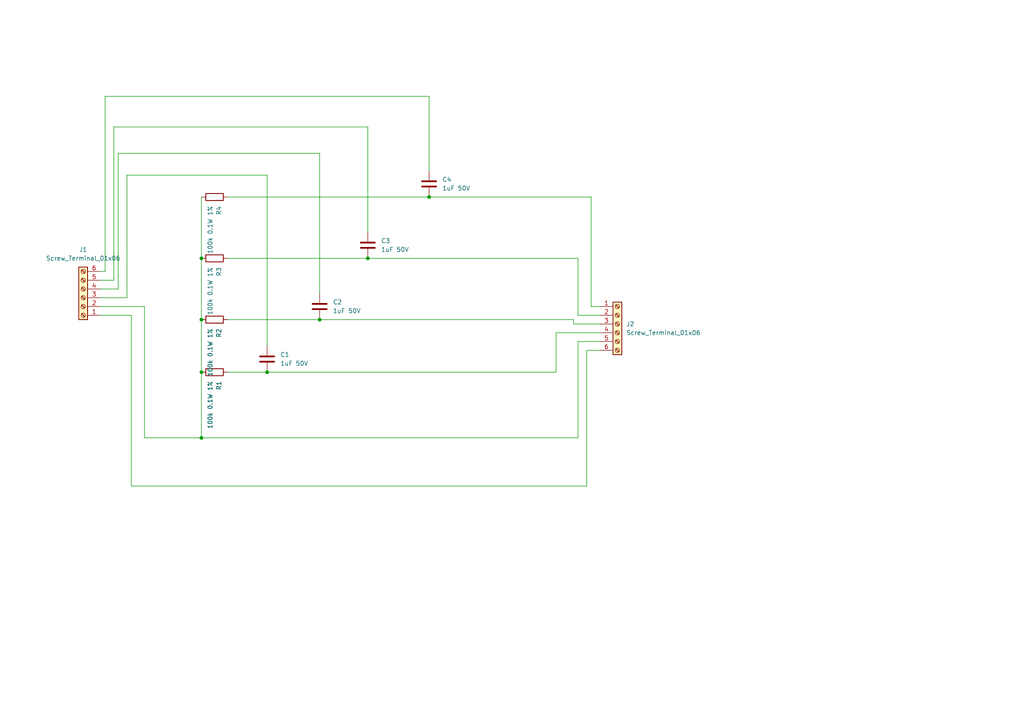
<source format=kicad_sch>
(kicad_sch
	(version 20231120)
	(generator "eeschema")
	(generator_version "8.0")
	(uuid "da28e5ec-e09e-4328-afc3-51ffcdf85a96")
	(paper "A4")
	(lib_symbols
		(symbol "Connector:Screw_Terminal_01x06"
			(pin_names
				(offset 1.016) hide)
			(exclude_from_sim no)
			(in_bom yes)
			(on_board yes)
			(property "Reference" "J"
				(at 0 7.62 0)
				(effects
					(font
						(size 1.27 1.27)
					)
				)
			)
			(property "Value" "Screw_Terminal_01x06"
				(at 0 -10.16 0)
				(effects
					(font
						(size 1.27 1.27)
					)
				)
			)
			(property "Footprint" ""
				(at 0 0 0)
				(effects
					(font
						(size 1.27 1.27)
					)
					(hide yes)
				)
			)
			(property "Datasheet" "~"
				(at 0 0 0)
				(effects
					(font
						(size 1.27 1.27)
					)
					(hide yes)
				)
			)
			(property "Description" "Generic screw terminal, single row, 01x06, script generated (kicad-library-utils/schlib/autogen/connector/)"
				(at 0 0 0)
				(effects
					(font
						(size 1.27 1.27)
					)
					(hide yes)
				)
			)
			(property "ki_keywords" "screw terminal"
				(at 0 0 0)
				(effects
					(font
						(size 1.27 1.27)
					)
					(hide yes)
				)
			)
			(property "ki_fp_filters" "TerminalBlock*:*"
				(at 0 0 0)
				(effects
					(font
						(size 1.27 1.27)
					)
					(hide yes)
				)
			)
			(symbol "Screw_Terminal_01x06_1_1"
				(rectangle
					(start -1.27 6.35)
					(end 1.27 -8.89)
					(stroke
						(width 0.254)
						(type default)
					)
					(fill
						(type background)
					)
				)
				(circle
					(center 0 -7.62)
					(radius 0.635)
					(stroke
						(width 0.1524)
						(type default)
					)
					(fill
						(type none)
					)
				)
				(circle
					(center 0 -5.08)
					(radius 0.635)
					(stroke
						(width 0.1524)
						(type default)
					)
					(fill
						(type none)
					)
				)
				(circle
					(center 0 -2.54)
					(radius 0.635)
					(stroke
						(width 0.1524)
						(type default)
					)
					(fill
						(type none)
					)
				)
				(polyline
					(pts
						(xy -0.5334 -7.2898) (xy 0.3302 -8.128)
					)
					(stroke
						(width 0.1524)
						(type default)
					)
					(fill
						(type none)
					)
				)
				(polyline
					(pts
						(xy -0.5334 -4.7498) (xy 0.3302 -5.588)
					)
					(stroke
						(width 0.1524)
						(type default)
					)
					(fill
						(type none)
					)
				)
				(polyline
					(pts
						(xy -0.5334 -2.2098) (xy 0.3302 -3.048)
					)
					(stroke
						(width 0.1524)
						(type default)
					)
					(fill
						(type none)
					)
				)
				(polyline
					(pts
						(xy -0.5334 0.3302) (xy 0.3302 -0.508)
					)
					(stroke
						(width 0.1524)
						(type default)
					)
					(fill
						(type none)
					)
				)
				(polyline
					(pts
						(xy -0.5334 2.8702) (xy 0.3302 2.032)
					)
					(stroke
						(width 0.1524)
						(type default)
					)
					(fill
						(type none)
					)
				)
				(polyline
					(pts
						(xy -0.5334 5.4102) (xy 0.3302 4.572)
					)
					(stroke
						(width 0.1524)
						(type default)
					)
					(fill
						(type none)
					)
				)
				(polyline
					(pts
						(xy -0.3556 -7.112) (xy 0.508 -7.9502)
					)
					(stroke
						(width 0.1524)
						(type default)
					)
					(fill
						(type none)
					)
				)
				(polyline
					(pts
						(xy -0.3556 -4.572) (xy 0.508 -5.4102)
					)
					(stroke
						(width 0.1524)
						(type default)
					)
					(fill
						(type none)
					)
				)
				(polyline
					(pts
						(xy -0.3556 -2.032) (xy 0.508 -2.8702)
					)
					(stroke
						(width 0.1524)
						(type default)
					)
					(fill
						(type none)
					)
				)
				(polyline
					(pts
						(xy -0.3556 0.508) (xy 0.508 -0.3302)
					)
					(stroke
						(width 0.1524)
						(type default)
					)
					(fill
						(type none)
					)
				)
				(polyline
					(pts
						(xy -0.3556 3.048) (xy 0.508 2.2098)
					)
					(stroke
						(width 0.1524)
						(type default)
					)
					(fill
						(type none)
					)
				)
				(polyline
					(pts
						(xy -0.3556 5.588) (xy 0.508 4.7498)
					)
					(stroke
						(width 0.1524)
						(type default)
					)
					(fill
						(type none)
					)
				)
				(circle
					(center 0 0)
					(radius 0.635)
					(stroke
						(width 0.1524)
						(type default)
					)
					(fill
						(type none)
					)
				)
				(circle
					(center 0 2.54)
					(radius 0.635)
					(stroke
						(width 0.1524)
						(type default)
					)
					(fill
						(type none)
					)
				)
				(circle
					(center 0 5.08)
					(radius 0.635)
					(stroke
						(width 0.1524)
						(type default)
					)
					(fill
						(type none)
					)
				)
				(pin passive line
					(at -5.08 5.08 0)
					(length 3.81)
					(name "Pin_1"
						(effects
							(font
								(size 1.27 1.27)
							)
						)
					)
					(number "1"
						(effects
							(font
								(size 1.27 1.27)
							)
						)
					)
				)
				(pin passive line
					(at -5.08 2.54 0)
					(length 3.81)
					(name "Pin_2"
						(effects
							(font
								(size 1.27 1.27)
							)
						)
					)
					(number "2"
						(effects
							(font
								(size 1.27 1.27)
							)
						)
					)
				)
				(pin passive line
					(at -5.08 0 0)
					(length 3.81)
					(name "Pin_3"
						(effects
							(font
								(size 1.27 1.27)
							)
						)
					)
					(number "3"
						(effects
							(font
								(size 1.27 1.27)
							)
						)
					)
				)
				(pin passive line
					(at -5.08 -2.54 0)
					(length 3.81)
					(name "Pin_4"
						(effects
							(font
								(size 1.27 1.27)
							)
						)
					)
					(number "4"
						(effects
							(font
								(size 1.27 1.27)
							)
						)
					)
				)
				(pin passive line
					(at -5.08 -5.08 0)
					(length 3.81)
					(name "Pin_5"
						(effects
							(font
								(size 1.27 1.27)
							)
						)
					)
					(number "5"
						(effects
							(font
								(size 1.27 1.27)
							)
						)
					)
				)
				(pin passive line
					(at -5.08 -7.62 0)
					(length 3.81)
					(name "Pin_6"
						(effects
							(font
								(size 1.27 1.27)
							)
						)
					)
					(number "6"
						(effects
							(font
								(size 1.27 1.27)
							)
						)
					)
				)
			)
		)
		(symbol "Device:C"
			(pin_numbers hide)
			(pin_names
				(offset 0.254)
			)
			(exclude_from_sim no)
			(in_bom yes)
			(on_board yes)
			(property "Reference" "C"
				(at 0.635 2.54 0)
				(effects
					(font
						(size 1.27 1.27)
					)
					(justify left)
				)
			)
			(property "Value" "C"
				(at 0.635 -2.54 0)
				(effects
					(font
						(size 1.27 1.27)
					)
					(justify left)
				)
			)
			(property "Footprint" ""
				(at 0.9652 -3.81 0)
				(effects
					(font
						(size 1.27 1.27)
					)
					(hide yes)
				)
			)
			(property "Datasheet" "~"
				(at 0 0 0)
				(effects
					(font
						(size 1.27 1.27)
					)
					(hide yes)
				)
			)
			(property "Description" "Unpolarized capacitor"
				(at 0 0 0)
				(effects
					(font
						(size 1.27 1.27)
					)
					(hide yes)
				)
			)
			(property "ki_keywords" "cap capacitor"
				(at 0 0 0)
				(effects
					(font
						(size 1.27 1.27)
					)
					(hide yes)
				)
			)
			(property "ki_fp_filters" "C_*"
				(at 0 0 0)
				(effects
					(font
						(size 1.27 1.27)
					)
					(hide yes)
				)
			)
			(symbol "C_0_1"
				(polyline
					(pts
						(xy -2.032 -0.762) (xy 2.032 -0.762)
					)
					(stroke
						(width 0.508)
						(type default)
					)
					(fill
						(type none)
					)
				)
				(polyline
					(pts
						(xy -2.032 0.762) (xy 2.032 0.762)
					)
					(stroke
						(width 0.508)
						(type default)
					)
					(fill
						(type none)
					)
				)
			)
			(symbol "C_1_1"
				(pin passive line
					(at 0 3.81 270)
					(length 2.794)
					(name "~"
						(effects
							(font
								(size 1.27 1.27)
							)
						)
					)
					(number "1"
						(effects
							(font
								(size 1.27 1.27)
							)
						)
					)
				)
				(pin passive line
					(at 0 -3.81 90)
					(length 2.794)
					(name "~"
						(effects
							(font
								(size 1.27 1.27)
							)
						)
					)
					(number "2"
						(effects
							(font
								(size 1.27 1.27)
							)
						)
					)
				)
			)
		)
		(symbol "Device:R"
			(pin_numbers hide)
			(pin_names
				(offset 0)
			)
			(exclude_from_sim no)
			(in_bom yes)
			(on_board yes)
			(property "Reference" "R"
				(at 2.032 0 90)
				(effects
					(font
						(size 1.27 1.27)
					)
				)
			)
			(property "Value" "R"
				(at 0 0 90)
				(effects
					(font
						(size 1.27 1.27)
					)
				)
			)
			(property "Footprint" ""
				(at -1.778 0 90)
				(effects
					(font
						(size 1.27 1.27)
					)
					(hide yes)
				)
			)
			(property "Datasheet" "~"
				(at 0 0 0)
				(effects
					(font
						(size 1.27 1.27)
					)
					(hide yes)
				)
			)
			(property "Description" "Resistor"
				(at 0 0 0)
				(effects
					(font
						(size 1.27 1.27)
					)
					(hide yes)
				)
			)
			(property "ki_keywords" "R res resistor"
				(at 0 0 0)
				(effects
					(font
						(size 1.27 1.27)
					)
					(hide yes)
				)
			)
			(property "ki_fp_filters" "R_*"
				(at 0 0 0)
				(effects
					(font
						(size 1.27 1.27)
					)
					(hide yes)
				)
			)
			(symbol "R_0_1"
				(rectangle
					(start -1.016 -2.54)
					(end 1.016 2.54)
					(stroke
						(width 0.254)
						(type default)
					)
					(fill
						(type none)
					)
				)
			)
			(symbol "R_1_1"
				(pin passive line
					(at 0 3.81 270)
					(length 1.27)
					(name "~"
						(effects
							(font
								(size 1.27 1.27)
							)
						)
					)
					(number "1"
						(effects
							(font
								(size 1.27 1.27)
							)
						)
					)
				)
				(pin passive line
					(at 0 -3.81 90)
					(length 1.27)
					(name "~"
						(effects
							(font
								(size 1.27 1.27)
							)
						)
					)
					(number "2"
						(effects
							(font
								(size 1.27 1.27)
							)
						)
					)
				)
			)
		)
	)
	(junction
		(at 124.46 57.15)
		(diameter 0)
		(color 0 0 0 0)
		(uuid "5eb58c0f-e2c5-4bf1-a549-e0f028d6bcb8")
	)
	(junction
		(at 58.42 92.71)
		(diameter 0)
		(color 0 0 0 0)
		(uuid "6f9a6099-1759-4522-85e7-a51b79aa589e")
	)
	(junction
		(at 106.68 74.93)
		(diameter 0)
		(color 0 0 0 0)
		(uuid "72a5ccc4-ae2e-4957-91cb-bd3aadcdd449")
	)
	(junction
		(at 77.47 107.95)
		(diameter 0)
		(color 0 0 0 0)
		(uuid "74c57c81-0465-47b9-8e01-ff650c556dd0")
	)
	(junction
		(at 58.42 74.93)
		(diameter 0)
		(color 0 0 0 0)
		(uuid "768de81b-5f22-4cce-841c-2368db2b51ae")
	)
	(junction
		(at 58.42 127)
		(diameter 0)
		(color 0 0 0 0)
		(uuid "98d9714b-cc28-4791-ba76-eed48aeef205")
	)
	(junction
		(at 92.71 92.71)
		(diameter 0)
		(color 0 0 0 0)
		(uuid "c23ff5cd-f1fb-4b61-becb-e38b2107fca3")
	)
	(junction
		(at 58.42 107.95)
		(diameter 0)
		(color 0 0 0 0)
		(uuid "ccfae648-40c1-4f39-894f-a94baafe4698")
	)
	(wire
		(pts
			(xy 58.42 74.93) (xy 58.42 92.71)
		)
		(stroke
			(width 0)
			(type default)
		)
		(uuid "05a2a05c-b044-4c8d-91a3-e23d9851c807")
	)
	(wire
		(pts
			(xy 66.04 107.95) (xy 77.47 107.95)
		)
		(stroke
			(width 0)
			(type default)
		)
		(uuid "094cec94-23d4-4998-8095-6fee88d494a3")
	)
	(wire
		(pts
			(xy 66.04 92.71) (xy 92.71 92.71)
		)
		(stroke
			(width 0)
			(type default)
		)
		(uuid "09d703b2-f4ba-4439-9f42-0967c2a46a83")
	)
	(wire
		(pts
			(xy 161.29 96.52) (xy 173.99 96.52)
		)
		(stroke
			(width 0)
			(type default)
		)
		(uuid "0e27f114-fb0e-4ec8-811d-3a9bb4a4ce47")
	)
	(wire
		(pts
			(xy 58.42 92.71) (xy 58.42 107.95)
		)
		(stroke
			(width 0)
			(type default)
		)
		(uuid "119dd037-ae43-4f78-810b-83607961d8fa")
	)
	(wire
		(pts
			(xy 171.45 88.9) (xy 171.45 57.15)
		)
		(stroke
			(width 0)
			(type default)
		)
		(uuid "1faeba8f-7bfe-4279-88bc-cc9ddbc7e400")
	)
	(wire
		(pts
			(xy 124.46 49.53) (xy 124.46 27.94)
		)
		(stroke
			(width 0)
			(type default)
		)
		(uuid "2a7954a7-0661-4eb5-b6d6-a1d9ff45dd1f")
	)
	(wire
		(pts
			(xy 29.21 81.28) (xy 33.02 81.28)
		)
		(stroke
			(width 0)
			(type default)
		)
		(uuid "2bd52bb4-78ca-4667-8184-b577ead80b5d")
	)
	(wire
		(pts
			(xy 77.47 107.95) (xy 161.29 107.95)
		)
		(stroke
			(width 0)
			(type default)
		)
		(uuid "301bcd6f-044c-4448-9e6d-7470a8826221")
	)
	(wire
		(pts
			(xy 92.71 92.71) (xy 166.37 92.71)
		)
		(stroke
			(width 0)
			(type default)
		)
		(uuid "357ac98b-46cc-4da4-b100-0189d51bf5c2")
	)
	(wire
		(pts
			(xy 173.99 88.9) (xy 171.45 88.9)
		)
		(stroke
			(width 0)
			(type default)
		)
		(uuid "3603a480-d4d6-41fc-988d-d34407e392e6")
	)
	(wire
		(pts
			(xy 92.71 85.09) (xy 92.71 44.45)
		)
		(stroke
			(width 0)
			(type default)
		)
		(uuid "37dfce8e-4e1b-4011-ac30-cb3d2bc9301d")
	)
	(wire
		(pts
			(xy 34.29 83.82) (xy 34.29 44.45)
		)
		(stroke
			(width 0)
			(type default)
		)
		(uuid "3f86dfe4-37a7-4970-9841-fa19eb5bad4d")
	)
	(wire
		(pts
			(xy 36.83 50.8) (xy 77.47 50.8)
		)
		(stroke
			(width 0)
			(type default)
		)
		(uuid "487c02d4-1014-4dec-99d8-6a7e8f5a305a")
	)
	(wire
		(pts
			(xy 58.42 107.95) (xy 58.42 127)
		)
		(stroke
			(width 0)
			(type default)
		)
		(uuid "4adb808e-c15e-42c6-9993-97055e74e65b")
	)
	(wire
		(pts
			(xy 66.04 74.93) (xy 106.68 74.93)
		)
		(stroke
			(width 0)
			(type default)
		)
		(uuid "4ffec520-1bc7-4817-a030-c54573c99a1f")
	)
	(wire
		(pts
			(xy 29.21 83.82) (xy 34.29 83.82)
		)
		(stroke
			(width 0)
			(type default)
		)
		(uuid "604c4aba-f411-4e9e-9994-a36721225592")
	)
	(wire
		(pts
			(xy 106.68 74.93) (xy 167.64 74.93)
		)
		(stroke
			(width 0)
			(type default)
		)
		(uuid "62341953-2707-4ae1-b562-8a9e9fcc81af")
	)
	(wire
		(pts
			(xy 58.42 127) (xy 167.64 127)
		)
		(stroke
			(width 0)
			(type default)
		)
		(uuid "6a3c09b9-7f15-4df5-9818-0c8c07e5d77b")
	)
	(wire
		(pts
			(xy 167.64 91.44) (xy 173.99 91.44)
		)
		(stroke
			(width 0)
			(type default)
		)
		(uuid "6bb4cc37-45cf-45ed-b96b-c341be4b4d2b")
	)
	(wire
		(pts
			(xy 167.64 99.06) (xy 173.99 99.06)
		)
		(stroke
			(width 0)
			(type default)
		)
		(uuid "79f40c39-4f60-48ce-badf-a5387706d93c")
	)
	(wire
		(pts
			(xy 41.91 88.9) (xy 41.91 127)
		)
		(stroke
			(width 0)
			(type default)
		)
		(uuid "7e2404a6-dc58-4e59-a0ad-273a1bb823f3")
	)
	(wire
		(pts
			(xy 29.21 91.44) (xy 38.1 91.44)
		)
		(stroke
			(width 0)
			(type default)
		)
		(uuid "80d6136d-6a43-4d68-b073-8417c39decb1")
	)
	(wire
		(pts
			(xy 41.91 127) (xy 58.42 127)
		)
		(stroke
			(width 0)
			(type default)
		)
		(uuid "856c3354-cdf1-451e-b9c4-1d6257211ab3")
	)
	(wire
		(pts
			(xy 29.21 78.74) (xy 30.48 78.74)
		)
		(stroke
			(width 0)
			(type default)
		)
		(uuid "8e9e6025-2202-42f7-bf06-b6aa6a03bcd5")
	)
	(wire
		(pts
			(xy 166.37 92.71) (xy 166.37 93.98)
		)
		(stroke
			(width 0)
			(type default)
		)
		(uuid "928cd0c9-1eda-4ff5-a97b-b481aff9bb85")
	)
	(wire
		(pts
			(xy 33.02 81.28) (xy 33.02 36.83)
		)
		(stroke
			(width 0)
			(type default)
		)
		(uuid "94e09902-7da4-4bb4-8cb5-1b95b0b96369")
	)
	(wire
		(pts
			(xy 106.68 67.31) (xy 106.68 36.83)
		)
		(stroke
			(width 0)
			(type default)
		)
		(uuid "a2bfcae5-ebec-4c56-8745-8bbe712ed2d5")
	)
	(wire
		(pts
			(xy 33.02 36.83) (xy 106.68 36.83)
		)
		(stroke
			(width 0)
			(type default)
		)
		(uuid "b7378e61-a701-4ce5-acfc-7197223c672c")
	)
	(wire
		(pts
			(xy 30.48 78.74) (xy 30.48 27.94)
		)
		(stroke
			(width 0)
			(type default)
		)
		(uuid "c3a6ff57-8c47-40bf-b920-b396ada2d819")
	)
	(wire
		(pts
			(xy 29.21 86.36) (xy 36.83 86.36)
		)
		(stroke
			(width 0)
			(type default)
		)
		(uuid "c906f910-dc74-41d1-894f-5fbc220d2432")
	)
	(wire
		(pts
			(xy 34.29 44.45) (xy 92.71 44.45)
		)
		(stroke
			(width 0)
			(type default)
		)
		(uuid "c9cadb43-9b74-4188-adbd-15e0cacdd822")
	)
	(wire
		(pts
			(xy 38.1 140.97) (xy 170.18 140.97)
		)
		(stroke
			(width 0)
			(type default)
		)
		(uuid "c9e2dc9f-e80b-4e77-8567-5beda97dcb5b")
	)
	(wire
		(pts
			(xy 30.48 27.94) (xy 124.46 27.94)
		)
		(stroke
			(width 0)
			(type default)
		)
		(uuid "ce0fa9ad-a710-409e-978f-80d62f20efea")
	)
	(wire
		(pts
			(xy 166.37 93.98) (xy 173.99 93.98)
		)
		(stroke
			(width 0)
			(type default)
		)
		(uuid "ce15a9bd-3907-4c2e-af11-13e824d70658")
	)
	(wire
		(pts
			(xy 161.29 107.95) (xy 161.29 96.52)
		)
		(stroke
			(width 0)
			(type default)
		)
		(uuid "cfe4b638-b58b-4c7e-a8e4-9752367ed01d")
	)
	(wire
		(pts
			(xy 58.42 57.15) (xy 58.42 74.93)
		)
		(stroke
			(width 0)
			(type default)
		)
		(uuid "d0adc0c9-bc3d-408c-8429-a171c9b80a50")
	)
	(wire
		(pts
			(xy 36.83 86.36) (xy 36.83 50.8)
		)
		(stroke
			(width 0)
			(type default)
		)
		(uuid "d408f6af-f91c-4510-b0ec-1437187bcdb1")
	)
	(wire
		(pts
			(xy 167.64 74.93) (xy 167.64 91.44)
		)
		(stroke
			(width 0)
			(type default)
		)
		(uuid "d5977f0b-6b78-4552-b639-163f677a9fec")
	)
	(wire
		(pts
			(xy 173.99 101.6) (xy 170.18 101.6)
		)
		(stroke
			(width 0)
			(type default)
		)
		(uuid "d9588c6b-72d1-46c0-92b9-63b86165e089")
	)
	(wire
		(pts
			(xy 38.1 91.44) (xy 38.1 140.97)
		)
		(stroke
			(width 0)
			(type default)
		)
		(uuid "d9de71e6-6142-4719-b541-a3c48da715af")
	)
	(wire
		(pts
			(xy 170.18 101.6) (xy 170.18 140.97)
		)
		(stroke
			(width 0)
			(type default)
		)
		(uuid "dc02667d-4dab-477b-ba8b-17e539287c6d")
	)
	(wire
		(pts
			(xy 66.04 57.15) (xy 124.46 57.15)
		)
		(stroke
			(width 0)
			(type default)
		)
		(uuid "dc9683c7-d938-4278-9454-83d0d747f124")
	)
	(wire
		(pts
			(xy 167.64 127) (xy 167.64 99.06)
		)
		(stroke
			(width 0)
			(type default)
		)
		(uuid "e2e76600-d878-4afa-872d-4289ad682041")
	)
	(wire
		(pts
			(xy 77.47 100.33) (xy 77.47 50.8)
		)
		(stroke
			(width 0)
			(type default)
		)
		(uuid "e8d28b0c-da94-4cd2-817a-68be29388bdb")
	)
	(wire
		(pts
			(xy 124.46 57.15) (xy 171.45 57.15)
		)
		(stroke
			(width 0)
			(type default)
		)
		(uuid "f14b0f14-4831-414f-a575-c11b8908aee0")
	)
	(wire
		(pts
			(xy 29.21 88.9) (xy 41.91 88.9)
		)
		(stroke
			(width 0)
			(type default)
		)
		(uuid "fcf6d848-4b11-426f-ae4f-eca278a25082")
	)
	(symbol
		(lib_id "Device:C")
		(at 92.71 88.9 0)
		(unit 1)
		(exclude_from_sim no)
		(in_bom yes)
		(on_board yes)
		(dnp no)
		(fields_autoplaced yes)
		(uuid "02de733f-5266-4911-bf2d-71ccc9addf54")
		(property "Reference" "C2"
			(at 96.52 87.6299 0)
			(effects
				(font
					(size 1.27 1.27)
				)
				(justify left)
			)
		)
		(property "Value" "1uF 50V"
			(at 96.52 90.1699 0)
			(effects
				(font
					(size 1.27 1.27)
				)
				(justify left)
			)
		)
		(property "Footprint" "Capacitor_SMD:C_1206_3216Metric"
			(at 93.6752 92.71 0)
			(effects
				(font
					(size 1.27 1.27)
				)
				(hide yes)
			)
		)
		(property "Datasheet" "~"
			(at 92.71 88.9 0)
			(effects
				(font
					(size 1.27 1.27)
				)
				(hide yes)
			)
		)
		(property "Description" "Unpolarized capacitor"
			(at 92.71 88.9 0)
			(effects
				(font
					(size 1.27 1.27)
				)
				(hide yes)
			)
		)
		(pin "1"
			(uuid "563f7fa2-f422-42b1-ac22-934633ff9eea")
		)
		(pin "2"
			(uuid "18a09892-676b-408e-9ba0-16ea8a14cde5")
		)
		(instances
			(project "bias circuit"
				(path "/da28e5ec-e09e-4328-afc3-51ffcdf85a96"
					(reference "C2")
					(unit 1)
				)
			)
		)
	)
	(symbol
		(lib_id "Connector:Screw_Terminal_01x06")
		(at 24.13 86.36 180)
		(unit 1)
		(exclude_from_sim no)
		(in_bom yes)
		(on_board yes)
		(dnp no)
		(fields_autoplaced yes)
		(uuid "1757cd61-2e0a-4884-bb93-fa7b02794997")
		(property "Reference" "J1"
			(at 24.13 72.39 0)
			(effects
				(font
					(size 1.27 1.27)
				)
			)
		)
		(property "Value" "Screw_Terminal_01x06"
			(at 24.13 74.93 0)
			(effects
				(font
					(size 1.27 1.27)
				)
			)
		)
		(property "Footprint" "TerminalBlock_Phoenix:TerminalBlock_Phoenix_MKDS-1,5-6_1x06_P5.00mm_Horizontal"
			(at 24.13 86.36 0)
			(effects
				(font
					(size 1.27 1.27)
				)
				(hide yes)
			)
		)
		(property "Datasheet" "~"
			(at 24.13 86.36 0)
			(effects
				(font
					(size 1.27 1.27)
				)
				(hide yes)
			)
		)
		(property "Description" "Generic screw terminal, single row, 01x06, script generated (kicad-library-utils/schlib/autogen/connector/)"
			(at 24.13 86.36 0)
			(effects
				(font
					(size 1.27 1.27)
				)
				(hide yes)
			)
		)
		(pin "3"
			(uuid "2c46a6fe-acac-4720-8ba3-862f4e3fd52e")
		)
		(pin "1"
			(uuid "379350d3-0419-498f-a235-8b86143fe091")
		)
		(pin "6"
			(uuid "fc84694a-fe84-4365-b52a-4a3d18b9c3ec")
		)
		(pin "5"
			(uuid "baa67a25-4ec6-4d97-95ae-b7a61bd3b47f")
		)
		(pin "2"
			(uuid "b629e962-be78-4c0d-9b0c-bd1f65725442")
		)
		(pin "4"
			(uuid "e5a2fe57-bd87-4560-8597-84d85d6fcdc1")
		)
		(instances
			(project "bias circuit"
				(path "/da28e5ec-e09e-4328-afc3-51ffcdf85a96"
					(reference "J1")
					(unit 1)
				)
			)
		)
	)
	(symbol
		(lib_id "Device:C")
		(at 77.47 104.14 0)
		(unit 1)
		(exclude_from_sim no)
		(in_bom yes)
		(on_board yes)
		(dnp no)
		(fields_autoplaced yes)
		(uuid "23a3fb29-d2ee-4bee-b427-e7f7d425f156")
		(property "Reference" "C1"
			(at 81.28 102.8699 0)
			(effects
				(font
					(size 1.27 1.27)
				)
				(justify left)
			)
		)
		(property "Value" "1uF 50V"
			(at 81.28 105.4099 0)
			(effects
				(font
					(size 1.27 1.27)
				)
				(justify left)
			)
		)
		(property "Footprint" "Capacitor_SMD:C_1206_3216Metric"
			(at 78.4352 107.95 0)
			(effects
				(font
					(size 1.27 1.27)
				)
				(hide yes)
			)
		)
		(property "Datasheet" "~"
			(at 77.47 104.14 0)
			(effects
				(font
					(size 1.27 1.27)
				)
				(hide yes)
			)
		)
		(property "Description" "Unpolarized capacitor"
			(at 77.47 104.14 0)
			(effects
				(font
					(size 1.27 1.27)
				)
				(hide yes)
			)
		)
		(pin "1"
			(uuid "44e74e1a-ead4-48d6-b48a-2ea5ce978ae8")
		)
		(pin "2"
			(uuid "f826b3fb-c236-47de-ab9f-48576583e3fb")
		)
		(instances
			(project ""
				(path "/da28e5ec-e09e-4328-afc3-51ffcdf85a96"
					(reference "C1")
					(unit 1)
				)
			)
		)
	)
	(symbol
		(lib_id "Device:C")
		(at 106.68 71.12 0)
		(unit 1)
		(exclude_from_sim no)
		(in_bom yes)
		(on_board yes)
		(dnp no)
		(fields_autoplaced yes)
		(uuid "2cf5f86a-0566-40aa-bdba-8ec6cb996379")
		(property "Reference" "C3"
			(at 110.49 69.8499 0)
			(effects
				(font
					(size 1.27 1.27)
				)
				(justify left)
			)
		)
		(property "Value" "1uF 50V"
			(at 110.49 72.3899 0)
			(effects
				(font
					(size 1.27 1.27)
				)
				(justify left)
			)
		)
		(property "Footprint" "Capacitor_SMD:C_1206_3216Metric"
			(at 107.6452 74.93 0)
			(effects
				(font
					(size 1.27 1.27)
				)
				(hide yes)
			)
		)
		(property "Datasheet" "~"
			(at 106.68 71.12 0)
			(effects
				(font
					(size 1.27 1.27)
				)
				(hide yes)
			)
		)
		(property "Description" "Unpolarized capacitor"
			(at 106.68 71.12 0)
			(effects
				(font
					(size 1.27 1.27)
				)
				(hide yes)
			)
		)
		(pin "1"
			(uuid "5c5e50cd-67dc-4725-9424-731fdf68d94f")
		)
		(pin "2"
			(uuid "8e5a364b-e555-4e53-89e3-b0567973daf3")
		)
		(instances
			(project "bias circuit"
				(path "/da28e5ec-e09e-4328-afc3-51ffcdf85a96"
					(reference "C3")
					(unit 1)
				)
			)
		)
	)
	(symbol
		(lib_id "Device:R")
		(at 62.23 107.95 270)
		(unit 1)
		(exclude_from_sim no)
		(in_bom yes)
		(on_board yes)
		(dnp no)
		(uuid "361cb6d3-0ca9-411d-81ea-6d7353e9c117")
		(property "Reference" "R1"
			(at 63.5001 110.49 0)
			(effects
				(font
					(size 1.27 1.27)
				)
				(justify left)
			)
		)
		(property "Value" "100k 0.1W 1%"
			(at 60.9601 110.49 0)
			(effects
				(font
					(size 1.27 1.27)
				)
				(justify left)
			)
		)
		(property "Footprint" "Resistor_SMD:R_0603_1608Metric"
			(at 62.23 106.172 90)
			(effects
				(font
					(size 1.27 1.27)
				)
				(hide yes)
			)
		)
		(property "Datasheet" "~"
			(at 62.23 107.95 0)
			(effects
				(font
					(size 1.27 1.27)
				)
				(hide yes)
			)
		)
		(property "Description" "Resistor"
			(at 62.23 107.95 0)
			(effects
				(font
					(size 1.27 1.27)
				)
				(hide yes)
			)
		)
		(pin "1"
			(uuid "7e437afa-98e0-484d-acde-faf22a687551")
		)
		(pin "2"
			(uuid "79ed6e06-b4f2-47c4-9187-794dcbbcf146")
		)
		(instances
			(project "bias circuit"
				(path "/da28e5ec-e09e-4328-afc3-51ffcdf85a96"
					(reference "R1")
					(unit 1)
				)
			)
		)
	)
	(symbol
		(lib_id "Device:R")
		(at 62.23 74.93 270)
		(unit 1)
		(exclude_from_sim no)
		(in_bom yes)
		(on_board yes)
		(dnp no)
		(uuid "43c3023f-f1c2-43fc-8c16-bd2e33ecc5a4")
		(property "Reference" "R3"
			(at 63.5001 77.47 0)
			(effects
				(font
					(size 1.27 1.27)
				)
				(justify left)
			)
		)
		(property "Value" "100k 0.1W 1%"
			(at 60.9601 77.47 0)
			(effects
				(font
					(size 1.27 1.27)
				)
				(justify left)
			)
		)
		(property "Footprint" "Resistor_SMD:R_0603_1608Metric"
			(at 62.23 73.152 90)
			(effects
				(font
					(size 1.27 1.27)
				)
				(hide yes)
			)
		)
		(property "Datasheet" "~"
			(at 62.23 74.93 0)
			(effects
				(font
					(size 1.27 1.27)
				)
				(hide yes)
			)
		)
		(property "Description" "Resistor"
			(at 62.23 74.93 0)
			(effects
				(font
					(size 1.27 1.27)
				)
				(hide yes)
			)
		)
		(pin "1"
			(uuid "34d7a884-2f1c-4fa8-912d-38a0c63f2f7b")
		)
		(pin "2"
			(uuid "897295fe-f0ee-49a5-a1e1-8fd54337a5f7")
		)
		(instances
			(project "bias circuit"
				(path "/da28e5ec-e09e-4328-afc3-51ffcdf85a96"
					(reference "R3")
					(unit 1)
				)
			)
		)
	)
	(symbol
		(lib_id "Device:R")
		(at 62.23 57.15 270)
		(unit 1)
		(exclude_from_sim no)
		(in_bom yes)
		(on_board yes)
		(dnp no)
		(uuid "651fb7e0-10dd-49d7-b4b7-98844df13e87")
		(property "Reference" "R4"
			(at 63.5001 59.69 0)
			(effects
				(font
					(size 1.27 1.27)
				)
				(justify left)
			)
		)
		(property "Value" "100k 0.1W 1%"
			(at 60.9601 59.69 0)
			(effects
				(font
					(size 1.27 1.27)
				)
				(justify left)
			)
		)
		(property "Footprint" "Resistor_SMD:R_0603_1608Metric"
			(at 62.23 55.372 90)
			(effects
				(font
					(size 1.27 1.27)
				)
				(hide yes)
			)
		)
		(property "Datasheet" "~"
			(at 62.23 57.15 0)
			(effects
				(font
					(size 1.27 1.27)
				)
				(hide yes)
			)
		)
		(property "Description" "Resistor"
			(at 62.23 57.15 0)
			(effects
				(font
					(size 1.27 1.27)
				)
				(hide yes)
			)
		)
		(pin "1"
			(uuid "23efd607-b5f6-4597-8874-bc4aeae4a696")
		)
		(pin "2"
			(uuid "10f03802-e0d0-4509-831c-ea19f0a8f3f7")
		)
		(instances
			(project "bias circuit"
				(path "/da28e5ec-e09e-4328-afc3-51ffcdf85a96"
					(reference "R4")
					(unit 1)
				)
			)
		)
	)
	(symbol
		(lib_id "Connector:Screw_Terminal_01x06")
		(at 179.07 93.98 0)
		(unit 1)
		(exclude_from_sim no)
		(in_bom yes)
		(on_board yes)
		(dnp no)
		(fields_autoplaced yes)
		(uuid "7eae98bf-82b1-4d46-bb5c-ce17a4899282")
		(property "Reference" "J2"
			(at 181.61 93.9799 0)
			(effects
				(font
					(size 1.27 1.27)
				)
				(justify left)
			)
		)
		(property "Value" "Screw_Terminal_01x06"
			(at 181.61 96.5199 0)
			(effects
				(font
					(size 1.27 1.27)
				)
				(justify left)
			)
		)
		(property "Footprint" "TerminalBlock_Phoenix:TerminalBlock_Phoenix_MKDS-1,5-6_1x06_P5.00mm_Horizontal"
			(at 179.07 93.98 0)
			(effects
				(font
					(size 1.27 1.27)
				)
				(hide yes)
			)
		)
		(property "Datasheet" "~"
			(at 179.07 93.98 0)
			(effects
				(font
					(size 1.27 1.27)
				)
				(hide yes)
			)
		)
		(property "Description" "Generic screw terminal, single row, 01x06, script generated (kicad-library-utils/schlib/autogen/connector/)"
			(at 179.07 93.98 0)
			(effects
				(font
					(size 1.27 1.27)
				)
				(hide yes)
			)
		)
		(pin "3"
			(uuid "d1777559-d6fa-415c-aba4-0573c66a21e5")
		)
		(pin "1"
			(uuid "c970aeba-0ebb-44f5-972b-fd7c15b1fac5")
		)
		(pin "6"
			(uuid "2d130888-8b41-4400-b88e-fdf7735a8c97")
		)
		(pin "5"
			(uuid "a37d016b-caa2-47b9-b4ad-735d483979af")
		)
		(pin "2"
			(uuid "b8d0cf58-795c-4377-9038-f5a4c5ee740e")
		)
		(pin "4"
			(uuid "612ee78f-cc98-490e-92ee-2e2f84ae8c33")
		)
		(instances
			(project "bias circuit"
				(path "/da28e5ec-e09e-4328-afc3-51ffcdf85a96"
					(reference "J2")
					(unit 1)
				)
			)
		)
	)
	(symbol
		(lib_id "Device:C")
		(at 124.46 53.34 0)
		(unit 1)
		(exclude_from_sim no)
		(in_bom yes)
		(on_board yes)
		(dnp no)
		(fields_autoplaced yes)
		(uuid "91a7e81d-315c-48c2-9104-69967d61115c")
		(property "Reference" "C4"
			(at 128.27 52.0699 0)
			(effects
				(font
					(size 1.27 1.27)
				)
				(justify left)
			)
		)
		(property "Value" "1uF 50V"
			(at 128.27 54.6099 0)
			(effects
				(font
					(size 1.27 1.27)
				)
				(justify left)
			)
		)
		(property "Footprint" "Capacitor_SMD:C_1206_3216Metric"
			(at 125.4252 57.15 0)
			(effects
				(font
					(size 1.27 1.27)
				)
				(hide yes)
			)
		)
		(property "Datasheet" "~"
			(at 124.46 53.34 0)
			(effects
				(font
					(size 1.27 1.27)
				)
				(hide yes)
			)
		)
		(property "Description" "Unpolarized capacitor"
			(at 124.46 53.34 0)
			(effects
				(font
					(size 1.27 1.27)
				)
				(hide yes)
			)
		)
		(pin "1"
			(uuid "1d079caa-fd5f-44ec-b5d0-f846d2a71e58")
		)
		(pin "2"
			(uuid "f639fd77-850d-4d3b-bd9e-bb19605bd01d")
		)
		(instances
			(project "bias circuit"
				(path "/da28e5ec-e09e-4328-afc3-51ffcdf85a96"
					(reference "C4")
					(unit 1)
				)
			)
		)
	)
	(symbol
		(lib_id "Device:R")
		(at 62.23 92.71 270)
		(unit 1)
		(exclude_from_sim no)
		(in_bom yes)
		(on_board yes)
		(dnp no)
		(uuid "c51a2ec0-c5e3-4146-94d2-cd1012fad8b1")
		(property "Reference" "R2"
			(at 63.5001 95.25 0)
			(effects
				(font
					(size 1.27 1.27)
				)
				(justify left)
			)
		)
		(property "Value" "100k 0.1W 1%"
			(at 60.9601 95.25 0)
			(effects
				(font
					(size 1.27 1.27)
				)
				(justify left)
			)
		)
		(property "Footprint" "Resistor_SMD:R_0603_1608Metric"
			(at 62.23 90.932 90)
			(effects
				(font
					(size 1.27 1.27)
				)
				(hide yes)
			)
		)
		(property "Datasheet" "~"
			(at 62.23 92.71 0)
			(effects
				(font
					(size 1.27 1.27)
				)
				(hide yes)
			)
		)
		(property "Description" "Resistor"
			(at 62.23 92.71 0)
			(effects
				(font
					(size 1.27 1.27)
				)
				(hide yes)
			)
		)
		(pin "1"
			(uuid "3f3c7d4b-54ab-4dac-98bf-c9662562abdf")
		)
		(pin "2"
			(uuid "0495c2bd-b8b1-4fcb-adf1-7ac5c64b5ada")
		)
		(instances
			(project "bias circuit"
				(path "/da28e5ec-e09e-4328-afc3-51ffcdf85a96"
					(reference "R2")
					(unit 1)
				)
			)
		)
	)
	(sheet_instances
		(path "/"
			(page "1")
		)
	)
)

</source>
